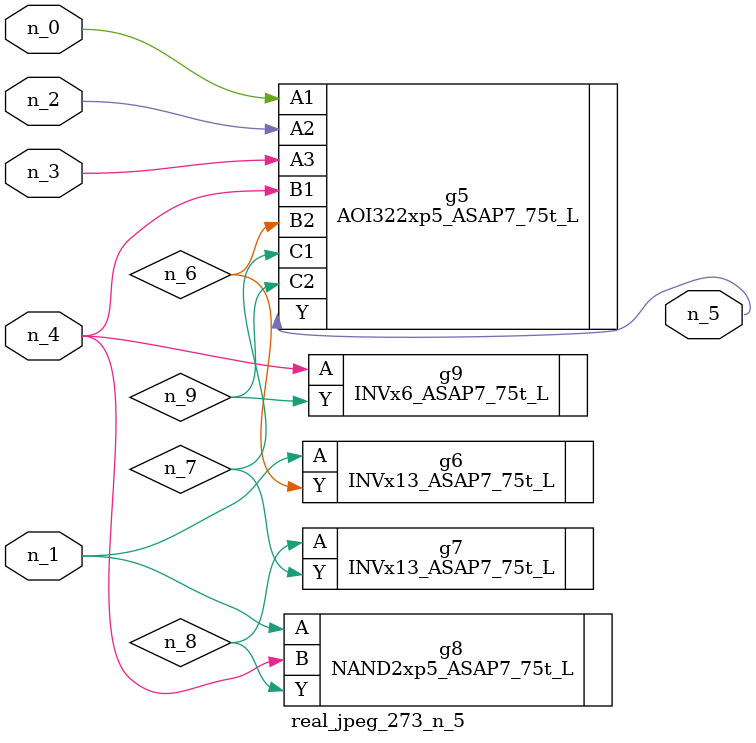
<source format=v>
module real_jpeg_273_n_5 (n_4, n_0, n_1, n_2, n_3, n_5);

input n_4;
input n_0;
input n_1;
input n_2;
input n_3;

output n_5;

wire n_8;
wire n_6;
wire n_7;
wire n_9;

AOI322xp5_ASAP7_75t_L g5 ( 
.A1(n_0),
.A2(n_2),
.A3(n_3),
.B1(n_4),
.B2(n_6),
.C1(n_7),
.C2(n_9),
.Y(n_5)
);

INVx13_ASAP7_75t_L g6 ( 
.A(n_1),
.Y(n_6)
);

NAND2xp5_ASAP7_75t_L g8 ( 
.A(n_1),
.B(n_4),
.Y(n_8)
);

INVx6_ASAP7_75t_L g9 ( 
.A(n_4),
.Y(n_9)
);

INVx13_ASAP7_75t_L g7 ( 
.A(n_8),
.Y(n_7)
);


endmodule
</source>
